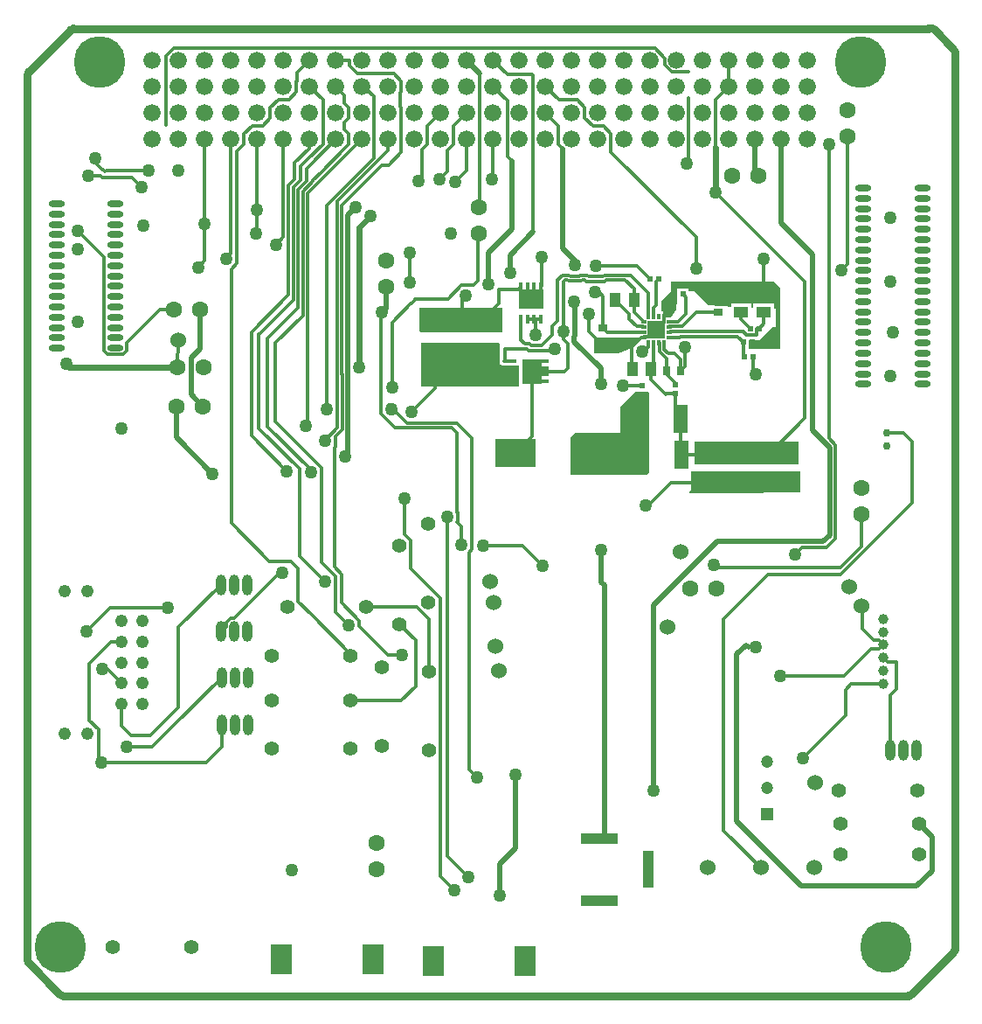
<source format=gbl>
G04 Layer_Physical_Order=4*
G04 Layer_Color=16711680*
%FSLAX43Y43*%
%MOMM*%
G71*
G01*
G75*
%ADD11R,0.610X0.559*%
%ADD12R,0.559X0.610*%
%ADD16O,1.600X0.600*%
%ADD19C,0.330*%
%ADD20C,0.559*%
%ADD21C,0.508*%
%ADD22C,0.305*%
%ADD23C,0.762*%
%ADD24C,0.762*%
%ADD25C,1.524*%
%ADD26R,1.200X1.200*%
%ADD27C,1.200*%
%ADD28C,1.220*%
%ADD29O,1.000X2.000*%
%ADD30O,1.000X2.000*%
%ADD31C,1.400*%
%ADD32R,2.100X3.000*%
%ADD33C,1.600*%
%ADD34C,1.000*%
%ADD35C,0.750*%
%ADD36R,3.600X1.100*%
%ADD37R,1.100X3.600*%
%ADD38C,1.676*%
%ADD39C,1.270*%
%ADD40C,5.000*%
%ADD56R,0.500X0.300*%
%ADD57R,0.300X0.500*%
%ADD58R,1.700X1.700*%
%ADD59R,1.118X1.448*%
%ADD60R,1.422X2.718*%
%ADD61R,0.406X0.864*%
%ADD62R,2.450X1.900*%
%ADD63R,0.864X0.406*%
%ADD64R,1.900X2.450*%
%ADD65R,4.000X2.692*%
%ADD66R,0.965X0.660*%
%ADD67R,1.600X1.100*%
%ADD68R,2.692X1.118*%
%ADD69R,1.448X1.118*%
%ADD70R,0.660X0.965*%
G36*
X46380Y64999D02*
X38456D01*
X38252Y65202D01*
X38329Y65278D01*
Y67361D01*
X46380D01*
Y64999D01*
D02*
G37*
G36*
X73254Y69317D02*
Y63449D01*
X70324D01*
X70226Y63496D01*
X70218Y63571D01*
Y64287D01*
X71196D01*
X71247Y64237D01*
X72542Y65532D01*
X72873D01*
Y67207D01*
X72873Y67207D01*
X72873D01*
X72873Y67335D01*
X72847Y67361D01*
X72764Y67278D01*
X72637Y67330D01*
Y67805D01*
X70681D01*
Y67452D01*
X70589Y67365D01*
X70453Y67374D01*
Y67780D01*
X68497D01*
Y67587D01*
X68404Y67500D01*
X68002Y67525D01*
Y67551D01*
X67568D01*
X66332Y67628D01*
X64999Y68961D01*
X64382D01*
Y69266D01*
X63315D01*
Y68148D01*
X63315D01*
X63316Y68147D01*
X63195Y67234D01*
X62719Y66455D01*
X62521D01*
X62403Y66432D01*
X62017D01*
X61925Y66517D01*
Y67032D01*
X61773D01*
Y68097D01*
X62687Y69012D01*
Y69926D01*
X72644D01*
X73254Y69317D01*
D02*
G37*
G36*
X60049Y64537D02*
X60117Y64444D01*
Y64313D01*
X59461D01*
X59080Y63932D01*
X59169Y63665D01*
X59080Y63576D01*
X57595Y62954D01*
X55220D01*
Y63449D01*
Y64541D01*
X59993D01*
X60049Y64537D01*
D02*
G37*
G36*
X46076Y63891D02*
Y61925D01*
X46212D01*
X46221Y61912D01*
X46359Y61820D01*
X46523Y61787D01*
X46584D01*
Y61757D01*
X47955Y61757D01*
X47955Y61630D01*
Y59792D01*
X45517D01*
X45466Y59741D01*
X38456D01*
Y63957D01*
X38466Y63983D01*
X45959Y64008D01*
X46076Y63891D01*
D02*
G37*
G36*
X60458Y59296D02*
X60524Y59197D01*
X60604Y58877D01*
X60604Y58268D01*
X60638Y58155D01*
X60604Y58141D01*
X60604Y58141D01*
Y51435D01*
X60376Y51206D01*
X52934D01*
Y54839D01*
X53391Y55296D01*
X53442Y55245D01*
X57810D01*
Y57810D01*
X58268Y58268D01*
X59238Y59238D01*
X59340Y59296D01*
Y59296D01*
X59340Y59296D01*
X60458D01*
D02*
G37*
G36*
X75057Y52324D02*
X74955Y52222D01*
X64948D01*
Y54381D01*
X64999Y54432D01*
X75057D01*
Y52324D01*
D02*
G37*
G36*
X75235Y51537D02*
Y49520D01*
X68139Y49454D01*
X64516D01*
X64414Y49555D01*
X64668Y49809D01*
Y51562D01*
X75118D01*
X75235Y51537D01*
D02*
G37*
D11*
X59899Y58992D02*
D03*
Y59830D02*
D03*
X63068Y59068D02*
D03*
Y59906D02*
D03*
D12*
X63849Y68707D02*
D03*
X63010D02*
D03*
X60648Y70180D02*
D03*
X61486D02*
D03*
X70625Y62636D02*
D03*
X69786D02*
D03*
X69685Y64059D02*
D03*
X70523D02*
D03*
X71215Y65380D02*
D03*
X70376D02*
D03*
D16*
X87031Y59994D02*
D03*
Y60994D02*
D03*
Y61994D02*
D03*
Y62994D02*
D03*
Y63994D02*
D03*
Y64994D02*
D03*
Y65994D02*
D03*
Y66994D02*
D03*
Y67994D02*
D03*
Y68994D02*
D03*
Y69994D02*
D03*
Y70994D02*
D03*
Y71994D02*
D03*
Y72994D02*
D03*
Y73994D02*
D03*
Y74994D02*
D03*
Y75994D02*
D03*
Y76994D02*
D03*
Y77994D02*
D03*
Y78994D02*
D03*
X81331D02*
D03*
Y77994D02*
D03*
Y76994D02*
D03*
Y75994D02*
D03*
Y74994D02*
D03*
Y73994D02*
D03*
Y72994D02*
D03*
Y71994D02*
D03*
Y70994D02*
D03*
Y69994D02*
D03*
Y68994D02*
D03*
Y67994D02*
D03*
Y66994D02*
D03*
Y65994D02*
D03*
Y64994D02*
D03*
Y63994D02*
D03*
Y62994D02*
D03*
Y61994D02*
D03*
Y60994D02*
D03*
Y59994D02*
D03*
X8824Y63470D02*
D03*
Y64470D02*
D03*
Y65470D02*
D03*
Y66470D02*
D03*
Y67470D02*
D03*
Y68470D02*
D03*
Y69470D02*
D03*
Y70470D02*
D03*
Y71470D02*
D03*
Y72470D02*
D03*
Y73470D02*
D03*
Y74470D02*
D03*
Y75470D02*
D03*
Y76470D02*
D03*
Y77470D02*
D03*
X3124D02*
D03*
Y76470D02*
D03*
Y75470D02*
D03*
Y74470D02*
D03*
Y73470D02*
D03*
Y72470D02*
D03*
Y71470D02*
D03*
Y70470D02*
D03*
Y69470D02*
D03*
Y68470D02*
D03*
Y67470D02*
D03*
Y66470D02*
D03*
Y65470D02*
D03*
Y64470D02*
D03*
Y63470D02*
D03*
D19*
X66224Y53162D02*
X66503Y53442D01*
X63671Y53162D02*
X66224D01*
X48285Y44374D02*
X50241Y42418D01*
X44450Y44374D02*
X48285D01*
X43396Y43988D02*
Y54750D01*
X43129Y43721D02*
X43396Y43988D01*
X41923Y56223D02*
X43396Y54750D01*
X43129Y22708D02*
Y43721D01*
X42342Y44425D02*
Y46236D01*
X41961Y46617D02*
X42342Y46236D01*
X43129Y22708D02*
X43891Y21946D01*
X41961Y47617D02*
Y55245D01*
Y47617D02*
X42024Y47554D01*
Y46680D02*
Y47554D01*
X41961Y46617D02*
X42024Y46680D01*
X41440Y55766D02*
X41961Y55245D01*
X40970Y14326D02*
Y47117D01*
Y14326D02*
X43028Y12268D01*
X35885Y55766D02*
X41440D01*
X34531Y57120D02*
X35885Y55766D01*
X34531Y57120D02*
Y66815D01*
X34671Y66954D01*
X66802Y42469D02*
X67016Y42255D01*
X79132D01*
X81153Y44276D01*
Y47371D01*
X79129Y41605D02*
X86030Y48506D01*
X72111Y41605D02*
X79129D01*
X67793Y37287D02*
X72111Y41605D01*
X29312Y77311D02*
X33871Y81870D01*
X29312Y57607D02*
Y77311D01*
X26226Y79815D02*
Y81403D01*
X25629Y79218D02*
X26226Y79815D01*
X25629Y68656D02*
Y79218D01*
X22022Y65049D02*
X25629Y68656D01*
X26810Y79753D02*
Y81133D01*
X26086Y79029D02*
X26810Y79753D01*
X26086Y68111D02*
Y79029D01*
X22796Y64821D02*
X26086Y68111D01*
X27394Y79690D02*
Y80891D01*
X26543Y78839D02*
X27394Y79690D01*
X26543Y67361D02*
Y78839D01*
X23571Y64389D02*
X26543Y67361D01*
X27978Y79628D02*
Y79718D01*
X27000Y78650D02*
X27978Y79628D01*
X27000Y66650D02*
Y78650D01*
X24359Y64008D02*
X27000Y66650D01*
X27457Y78461D02*
X32741Y83744D01*
X27457Y56109D02*
Y78461D01*
X27280Y55931D02*
X27457Y56109D01*
X26226Y81403D02*
X27661Y82838D01*
X26810Y81133D02*
X27520Y81844D01*
X27978Y79718D02*
X28803Y80543D01*
X27394Y80891D02*
X27762Y81259D01*
X30188Y54959D02*
X30823Y55594D01*
X30772Y77297D02*
X34679Y81204D01*
X30772Y60972D02*
Y77297D01*
Y60972D02*
X30823Y60921D01*
Y55594D02*
Y60921D01*
X35373Y57954D02*
X37105Y56223D01*
X41923D01*
X33871Y81870D02*
Y87846D01*
X32893Y88824D02*
X33871Y87846D01*
X32741Y88824D02*
X32893D01*
X30188Y53932D02*
Y54959D01*
X17475Y71958D02*
X17501Y71933D01*
X17475Y71958D02*
Y75514D01*
Y75336D02*
Y75514D01*
Y75336D02*
X17501Y75311D01*
Y83744D01*
X37389Y69850D02*
Y72695D01*
X37846Y68199D02*
X37922Y68275D01*
X37846Y68111D02*
Y68199D01*
X37553Y67818D02*
X37846Y68111D01*
X37465Y67818D02*
X37553D01*
X35636Y65989D02*
X37465Y67818D01*
X37922Y68275D02*
X41054D01*
X35636Y59690D02*
Y65989D01*
X41054Y68275D02*
X42388Y69609D01*
X43574D01*
X43955Y69990D01*
Y74435D01*
X44069Y74549D01*
X34679Y81204D02*
X35306D01*
X50073Y69444D02*
X50114Y69485D01*
Y72314D01*
X46850Y82055D02*
X47295Y81611D01*
X46850Y82055D02*
Y87414D01*
X45314Y79883D02*
X45441Y79756D01*
X45314Y79858D02*
Y79883D01*
X54106Y70104D02*
X54327D01*
X53991Y69990D02*
X54106Y70104D01*
X52739Y69990D02*
X53991D01*
X52625Y70104D02*
X52739Y69990D01*
X52400Y70104D02*
X52625D01*
X53916Y70561D02*
X54516D01*
X53802Y70447D02*
X53916Y70561D01*
X52929Y70447D02*
X53802D01*
X52814Y70561D02*
X52929Y70447D01*
X52197Y70561D02*
X52814D01*
X59378Y71450D02*
X60648Y70180D01*
X55372Y71450D02*
X59378D01*
X54492Y69939D02*
X56252D01*
X54327Y70104D02*
X54492Y69939D01*
X56252D02*
X56417Y70104D01*
X54681Y70396D02*
X56063D01*
X54516Y70561D02*
X54681Y70396D01*
X56063D02*
X56228Y70561D01*
X56417Y70104D02*
X58217D01*
X56228Y70561D02*
X58750D01*
X56858Y82487D02*
X65113Y74232D01*
Y71209D02*
Y74232D01*
X79172Y70994D02*
X79756Y71578D01*
Y83947D01*
X78003Y54773D02*
Y83185D01*
X77978Y54747D02*
X78003Y54773D01*
X77978Y54747D02*
X78626Y54100D01*
X74727Y43485D02*
X75413Y44171D01*
X77724D01*
X78626Y45072D01*
Y54100D01*
X47844Y69164D02*
X48123Y69444D01*
X46025Y69164D02*
X47844D01*
X49423Y66294D02*
X50073D01*
X48773D02*
X49423D01*
X49530Y66187D01*
Y64770D02*
Y66187D01*
X50152Y63716D02*
X51206Y64770D01*
X49093Y63716D02*
X50152D01*
X48904Y63259D02*
X51244D01*
X51410Y63424D01*
X46584D02*
X48739D01*
X48904Y63259D01*
X48928Y63881D02*
X49093Y63716D01*
X48512Y63881D02*
X48928D01*
X48151Y64243D02*
Y66294D01*
Y64243D02*
X48512Y63881D01*
X51206Y64770D02*
Y65575D01*
X51714Y66083D01*
X52261Y65138D02*
Y69964D01*
Y64326D02*
Y65138D01*
Y64326D02*
X52654Y63932D01*
X51714Y66083D02*
Y70079D01*
X52197Y70561D01*
X46025Y67791D02*
Y69164D01*
X44653Y66419D02*
X46025Y67791D01*
X52261Y69964D02*
X52400Y70104D01*
X45441Y88824D02*
X46850Y87414D01*
X64351Y81496D02*
Y87694D01*
X64211Y81356D02*
X64351Y81496D01*
X41808Y79553D02*
X42901Y80645D01*
X41808Y79553D02*
X41808D01*
X44120Y77089D02*
Y83239D01*
X38202Y79680D02*
X38548Y80026D01*
X13767Y85090D02*
Y91768D01*
X14493Y92494D01*
X61149D01*
X62090Y91552D01*
Y90896D02*
Y91552D01*
Y90896D02*
X62752Y90234D01*
X64351D01*
X7964Y80696D02*
X12065D01*
X7837Y80569D02*
X7964Y80696D01*
X6909Y81432D02*
Y81890D01*
Y81432D02*
X7569Y80772D01*
X25857Y42875D02*
X26543Y42189D01*
X35255Y33757D02*
X36627D01*
X30772Y38816D02*
Y41598D01*
X30061Y42309D02*
X30772Y41598D01*
X30061Y42309D02*
Y53805D01*
X30188Y53932D01*
X35306Y81204D02*
X36538Y82436D01*
Y86805D01*
X36474Y86868D02*
X36538Y86805D01*
X36474Y86868D02*
Y88240D01*
X36538Y88303D01*
Y89345D01*
X35801Y90081D02*
X36538Y89345D01*
X32246Y90081D02*
X35801D01*
X31483Y90843D02*
X32246Y90081D01*
X31483Y90843D02*
Y91364D01*
X30201D02*
X31483D01*
X81178Y38506D02*
X81204Y38481D01*
Y36279D02*
Y38481D01*
Y36279D02*
X82294Y35189D01*
X82837D01*
X83267Y34759D01*
X14808Y61671D02*
X14910Y64287D01*
X8306Y38329D02*
X13919D01*
X14961Y28702D02*
Y36474D01*
X67793Y16791D02*
Y37287D01*
Y16791D02*
X71400Y13183D01*
X6071Y36093D02*
X8306Y38329D01*
X8033Y32461D02*
X9449Y31045D01*
X7544Y32461D02*
X8033D01*
X6274Y27461D02*
Y32944D01*
Y27461D02*
X7188Y26547D01*
X12217Y25959D02*
X14961Y28702D01*
X10389Y25959D02*
X12217D01*
X9449Y26899D02*
X10389Y25959D01*
X9449Y26899D02*
Y29045D01*
X56858Y82487D02*
Y84265D01*
X56121Y85001D02*
X56858Y84265D01*
X55106Y85001D02*
X56121D01*
X54318Y85789D02*
X55106Y85001D01*
X54318Y85789D02*
Y86805D01*
X53581Y87541D02*
X54318Y86805D01*
X51804Y87541D02*
X53581D01*
X50521Y88824D02*
X51804Y87541D01*
X70209Y34519D02*
X70866D01*
X83591Y55275D02*
X85187D01*
X86030Y54432D01*
Y48506D02*
Y54432D01*
X37466Y42145D02*
Y44863D01*
X36855Y45474D02*
X37466Y44863D01*
X36855Y45474D02*
Y48895D01*
X40932Y47155D02*
X40970Y47117D01*
X68301Y88824D02*
Y91364D01*
X83267Y33509D02*
X83698Y33078D01*
X84487D01*
Y30435D02*
Y33078D01*
X83922Y29870D02*
X84487Y30435D01*
X83922Y24562D02*
Y29870D01*
X83221Y30963D02*
X83267Y31009D01*
X80162Y30963D02*
X83221D01*
X79629Y30429D02*
X80162Y30963D01*
X79629Y27915D02*
Y30429D01*
X75489Y23774D02*
X79629Y27915D01*
X82837Y34328D02*
X83267Y34759D01*
X82048Y34328D02*
X82837D01*
X79445Y31725D02*
X82048Y34328D01*
X73304Y31725D02*
X79445D01*
X45441Y79756D02*
Y83744D01*
X26442Y89329D02*
Y90145D01*
X27661Y91364D01*
X16866Y71298D02*
X17501Y71933D01*
X20041Y72619D02*
Y83744D01*
X19558Y72136D02*
X20041Y72619D01*
X22581Y74727D02*
Y83744D01*
X22428Y74574D02*
X22581Y74727D01*
X25121Y74219D02*
Y83744D01*
X24372Y73470D02*
X25121Y74219D01*
X40988Y80561D02*
Y82612D01*
X40284Y79858D02*
X40988Y80561D01*
X38548Y80026D02*
Y82711D01*
X6198Y80188D02*
X7391D01*
X10465Y79985D02*
X11405Y79045D01*
X7569Y80772D02*
X7633D01*
X7837Y80569D01*
X7391Y80188D02*
X7595Y79985D01*
X10465D01*
X22086Y85027D02*
X23101D01*
X26378Y89319D02*
X26415Y89356D01*
X23724Y42875D02*
X25832D01*
X20625Y82550D02*
X21298Y83223D01*
Y84239D01*
X22086Y85027D01*
X20625Y71712D02*
Y82550D01*
X20066Y46533D02*
X23724Y42875D01*
X20066Y46533D02*
Y71153D01*
X20625Y71712D01*
X26670Y43383D02*
X29134Y40919D01*
X27762Y51486D02*
Y51714D01*
X23101Y85027D02*
X23838Y85763D01*
Y86779D01*
X24626Y87567D01*
X27661Y82838D02*
Y83744D01*
X24626Y87567D02*
X25641D01*
X26378Y88303D01*
Y89319D01*
X28944Y83249D02*
Y87465D01*
X28956Y87477D01*
X24359Y56380D02*
X28816Y51922D01*
Y51011D02*
Y51922D01*
X28778Y50973D02*
X28816Y51011D01*
X28778Y42766D02*
Y50973D01*
Y42766D02*
X30188Y41356D01*
Y37910D02*
Y41356D01*
X27520Y81844D02*
X27538D01*
X28944Y83249D01*
X67018Y87541D02*
X68301Y88824D01*
X67018Y83084D02*
Y87541D01*
X66878Y82944D02*
X67018Y83084D01*
X66878Y82944D02*
X66980Y82842D01*
X26670Y43383D02*
Y51834D01*
X6274Y32944D02*
X8375Y35045D01*
X9449D01*
X7188Y23139D02*
X7442Y23393D01*
X7188Y23139D02*
Y26547D01*
X26543Y38943D02*
Y42189D01*
Y38943D02*
X27853Y37632D01*
X23571Y55905D02*
X27762Y51714D01*
X24359Y56380D02*
Y64008D01*
X23571Y55905D02*
Y64389D01*
X22758Y64821D02*
X22796D01*
X22758Y55745D02*
Y64821D01*
Y55745D02*
X26670Y51834D01*
X22022Y54991D02*
X25425Y51587D01*
X22022Y54991D02*
Y65049D01*
X61978Y66486D02*
X62021Y66528D01*
X61978Y65986D02*
Y66486D01*
X61271Y65278D02*
X61978Y65986D01*
X61021Y61790D02*
Y64028D01*
X60724Y61493D02*
X61021Y61790D01*
X60021Y64528D02*
Y64570D01*
X60563D02*
X61271Y65278D01*
X61011Y66538D02*
Y67386D01*
Y66538D02*
X61021Y66528D01*
X61011Y67386D02*
X61239Y67615D01*
Y69933D01*
X61486Y70180D01*
X47599Y53340D02*
X49186Y54927D01*
Y61239D01*
X71659Y65824D02*
Y66993D01*
X71215Y65380D02*
X71659Y65824D01*
X69475Y66281D02*
Y66967D01*
Y66281D02*
X70376Y65380D01*
X70948D02*
X71215D01*
X69976Y64783D02*
X70948D01*
X69673Y65086D02*
X69976Y64783D01*
X62578Y65086D02*
X69673D01*
X62521Y65028D02*
X62578Y65086D01*
X70948Y64783D02*
Y65380D01*
X69685Y62738D02*
Y64059D01*
Y62738D02*
X69786Y62636D01*
X63620Y53213D02*
Y56642D01*
X59093Y66956D02*
Y68174D01*
Y66956D02*
X60021Y66028D01*
X57290Y68174D02*
X58636Y66827D01*
Y66279D02*
Y66827D01*
Y66279D02*
X59344Y65571D01*
X59978D01*
X60021Y65528D01*
X59093Y68174D02*
Y69228D01*
X58217Y70104D02*
X59093Y69228D01*
X60021Y64570D02*
X60563D01*
X62223Y60980D02*
Y61290D01*
Y60980D02*
X63094Y60109D01*
X60724Y60459D02*
Y61493D01*
Y60459D02*
X62154Y59030D01*
X62192Y59068D01*
X63068D01*
Y57194D02*
Y59068D01*
Y57194D02*
X63620Y56642D01*
X65138Y66967D02*
X67265D01*
X63849Y68707D02*
X64135Y68421D01*
X56479Y65028D02*
X60021D01*
X56089Y65418D02*
X56479Y65028D01*
X62521Y66028D02*
X63386D01*
X64135Y66777D01*
Y68421D01*
X62521Y65543D02*
X62548Y65571D01*
X63742D01*
X65138Y66967D01*
X62021Y63354D02*
Y64028D01*
Y63354D02*
X62408Y62967D01*
X62223Y61290D02*
Y62509D01*
X62218D02*
X62223D01*
X61563Y63164D02*
X62218Y62509D01*
X61563Y63164D02*
Y63985D01*
X61521Y64028D02*
X61563Y63985D01*
X62408Y62967D02*
X63043D01*
X63627Y62382D01*
Y61297D02*
Y62382D01*
X52349Y61239D02*
X52654Y61544D01*
X49186Y61239D02*
X52349D01*
X60521Y63594D02*
Y64028D01*
X60046Y63119D02*
X60521Y63594D01*
X59919Y63119D02*
X60046D01*
X58864Y61550D02*
X58921Y61493D01*
X59837Y64528D02*
X60021D01*
X58864Y61550D02*
Y63556D01*
X59837Y64528D01*
X46584Y62275D02*
Y63424D01*
X46523Y62214D02*
X47269D01*
X46523D02*
X46584Y62275D01*
X70625Y61278D02*
Y62636D01*
Y61278D02*
X70917Y60985D01*
X71659Y68796D02*
Y72105D01*
X71628Y72136D02*
X71659Y72105D01*
X54762Y65100D02*
X55842Y64021D01*
X56089D01*
X42434Y66419D02*
Y68164D01*
X42824Y68555D01*
X45101Y65796D02*
Y66394D01*
X60477Y66571D02*
Y68834D01*
Y66571D02*
X60521Y66528D01*
X58750Y70561D02*
X60477Y68834D01*
X54762Y65100D02*
Y66802D01*
X56089Y65418D02*
Y68498D01*
X55702Y68885D02*
X56089Y68498D01*
X55347Y68885D02*
X55702D01*
X39858Y59594D02*
Y63019D01*
X37541Y57277D02*
X39858Y59594D01*
X69983Y53442D02*
X72390D01*
X75667Y56718D02*
Y69901D01*
X66980Y78588D02*
X75667Y69901D01*
X72390Y53442D02*
X75667Y56718D01*
X62662Y50444D02*
X66503D01*
X60477Y48260D02*
X62662Y50444D01*
X60198Y48260D02*
X60477D01*
X58052Y59830D02*
X59899D01*
X58039Y59817D02*
X58052Y59830D01*
X62521Y64528D02*
X63545D01*
X63622Y64605D01*
X69139D01*
X69685Y64059D01*
X64059Y61729D02*
Y63551D01*
X63620Y61290D02*
X63627Y61297D01*
X64059Y61729D01*
X49238Y89954D02*
X49301Y89891D01*
X46850Y89954D02*
X49238D01*
X45441Y91364D02*
X46850Y89954D01*
X30772Y38816D02*
X32474Y37114D01*
Y36538D02*
Y37114D01*
Y36538D02*
X35255Y33757D01*
X30188Y37910D02*
X31420Y36678D01*
X19126Y24892D02*
Y27000D01*
X17628Y23393D02*
X19126Y24892D01*
X15587Y23393D02*
X17628D01*
X14423Y26899D02*
X14453D01*
X19126Y31572D01*
X14961Y36474D02*
X19075Y40589D01*
X9931Y24867D02*
X12391D01*
X14423Y26899D01*
X19075Y36043D02*
X19553Y36521D01*
X20368Y37335D02*
X24765Y41732D01*
X19553Y36521D02*
Y36871D01*
X20017Y37335D01*
X20368D01*
X63620Y53213D02*
X63671Y53162D01*
X52654Y61544D02*
Y63932D01*
X70841Y80442D02*
X71120Y80162D01*
X37466Y42145D02*
X40311Y39300D01*
Y12368D02*
Y39300D01*
Y12368D02*
X41707Y10973D01*
X13164Y67259D02*
X14529D01*
X9916Y64012D02*
X13164Y67259D01*
X9916Y63225D02*
Y64012D01*
X9569Y62878D02*
X9916Y63225D01*
X8079Y62878D02*
X9569D01*
X7732Y63225D02*
X8079Y62878D01*
X5347Y74689D02*
X7732Y72303D01*
Y63225D02*
Y72303D01*
X5347Y74689D02*
Y75070D01*
D20*
X32461Y75159D02*
X33553Y76251D01*
X4368Y61671D02*
X14808D01*
X66980Y78588D02*
Y82842D01*
X32461Y61671D02*
Y75159D01*
D21*
X16167Y58966D02*
X17272Y57861D01*
X16167Y62548D02*
X17069Y63449D01*
X16167Y58966D02*
Y62548D01*
X17069Y63449D02*
Y67259D01*
X35052Y67335D02*
Y69418D01*
X34671Y66954D02*
X35052Y67335D01*
X31039Y53048D02*
X31369Y53378D01*
X31318Y76352D02*
X32131Y77165D01*
X31318Y61198D02*
Y76352D01*
X31369Y53378D02*
Y61147D01*
X31318Y61198D02*
X31369Y61147D01*
X47066Y70790D02*
Y72492D01*
X49301Y74727D01*
X45009Y69672D02*
Y72720D01*
X47295Y75006D01*
Y81611D01*
X53365Y71501D02*
Y71940D01*
X52197Y73108D02*
X53365Y71940D01*
X77445Y44780D02*
X78080Y45415D01*
X67158Y44780D02*
X77445D01*
X60960Y38583D02*
X67158Y44780D01*
X76403Y55550D02*
X78080Y53873D01*
Y45415D02*
Y53873D01*
X52197Y73108D02*
Y82771D01*
X53403Y64665D02*
Y67907D01*
X53315Y67996D02*
X53403Y67907D01*
X53315Y64576D02*
X53403Y64665D01*
X53315Y64110D02*
Y64576D01*
X73381Y75577D02*
X76403Y72554D01*
Y55550D02*
Y72554D01*
X73381Y75577D02*
Y83744D01*
X60960Y20625D02*
Y38583D01*
X56236Y16007D02*
Y40538D01*
X86462Y11405D02*
X87960Y12903D01*
X75313Y11405D02*
X86462D01*
X69063Y17655D02*
X75313Y11405D01*
X69980Y34747D02*
X70209Y34519D01*
X69063Y33829D02*
X69980Y34747D01*
X69063Y17655D02*
Y33829D01*
X87960Y12903D02*
Y16205D01*
X86766Y17399D02*
X87960Y16205D01*
X42901Y91364D02*
X44145Y90119D01*
X70841Y81661D02*
Y83744D01*
X31039Y53048D02*
X31115Y52972D01*
X53315Y64110D02*
X55880Y61544D01*
Y60046D02*
Y61544D01*
X55931Y40843D02*
X56236Y40538D01*
X55931Y40843D02*
Y43967D01*
X70841Y80442D02*
Y81661D01*
X47650Y15062D02*
Y22174D01*
X46101Y13513D02*
X47650Y15062D01*
X46101Y10490D02*
Y13513D01*
X14732Y54839D02*
Y57861D01*
Y54839D02*
X18263Y51308D01*
D22*
X30328Y77699D02*
X35281Y82652D01*
X30328Y60787D02*
Y77699D01*
Y60787D02*
X30378Y60737D01*
Y55778D02*
Y60737D01*
X29134Y54534D02*
X30378Y55778D01*
X35281Y82652D02*
Y83744D01*
X51765Y83203D02*
X52197Y82771D01*
X42901Y80645D02*
Y83744D01*
X51765Y83203D02*
Y85039D01*
X50521Y86284D02*
X51765Y85039D01*
X44138Y83221D02*
X44145Y83228D01*
Y90119D01*
X40988Y82612D02*
X41605Y83228D01*
Y84937D01*
X41580Y84963D02*
X41605Y84937D01*
X39040Y84285D02*
Y84963D01*
Y84285D02*
X39065Y84259D01*
Y83228D02*
Y84259D01*
X38548Y82711D02*
X39065Y83228D01*
X31521Y33833D02*
X31587Y33852D01*
X39040Y84963D02*
X40361Y86284D01*
X41580Y84963D02*
X42901Y86284D01*
X42738Y83581D02*
X42901Y83744D01*
X31587Y33852D02*
X31623Y33863D01*
X31648Y29362D02*
X36551D01*
X39243Y32182D02*
Y37211D01*
X38024Y38430D02*
X39243Y37211D01*
X36551Y29362D02*
X37922Y30734D01*
X33147Y38430D02*
X38024D01*
X30201Y83698D02*
Y83744D01*
X27762Y81259D02*
X30201Y83698D01*
X28956Y87477D02*
X28982Y87503D01*
X27661Y88824D02*
X28982Y87503D01*
X30201Y88824D02*
X31039Y87986D01*
Y85362D02*
X31445Y85768D01*
Y86799D01*
X31039Y87205D02*
X31445Y86799D01*
X31039Y87205D02*
Y87986D01*
Y82822D02*
X31445Y83228D01*
Y84259D01*
X31039Y84665D02*
X31445Y84259D01*
X31039Y84665D02*
Y85362D01*
Y82779D02*
Y82822D01*
X28803Y80543D02*
X31039Y82779D01*
X37922Y30734D02*
Y35204D01*
X36347Y36779D02*
X37922Y35204D01*
X7442Y23393D02*
X15587D01*
X27853Y37632D02*
X31623Y33863D01*
X49301Y74727D02*
Y89891D01*
D23*
X90170Y92202D02*
G03*
X90058Y92472I-381J0D01*
G01*
X90170Y92202D02*
G03*
X90058Y92471I-381J0D01*
G01*
X88154Y94376D02*
G03*
X87694Y94437I-270J-269D01*
G01*
X88153Y94376D02*
G03*
X87694Y94437I-269J-269D01*
G01*
X90058Y4988D02*
G03*
X90170Y5258I-269J269D01*
G01*
X90058Y4988D02*
G03*
X90170Y5258I-269J270D01*
G01*
X85700Y787D02*
G03*
X85969Y899I0J381D01*
G01*
X85700Y787D02*
G03*
X85969Y899I0J381D01*
G01*
X4775Y94437D02*
G03*
X4506Y94326I0J-381D01*
G01*
X4775Y94437D02*
G03*
X4505Y94325I0J-381D01*
G01*
X417Y90237D02*
G03*
X305Y89967I269J-270D01*
G01*
X416Y90236D02*
G03*
X305Y89967I269J-269D01*
G01*
X3464Y899D02*
G03*
X3734Y787I269J269D01*
G01*
X305Y4216D02*
G03*
X416Y3947I381J0D01*
G01*
X305Y4216D02*
G03*
X417Y3947I381J0D01*
G01*
X3464Y899D02*
G03*
X3734Y787I270J269D01*
G01*
X3439Y925D02*
G03*
X3439Y924I270J269D01*
G01*
X88153Y94376D02*
X88154Y94376D01*
X90058Y92472D01*
X90058Y92471D01*
X90170Y91821D02*
Y92202D01*
Y5258D02*
Y91821D01*
X90058Y4988D02*
X90058Y4988D01*
X85969Y899D02*
X90058Y4988D01*
X85969Y899D02*
X85969Y899D01*
X84506Y787D02*
X85700D01*
X4801Y94437D02*
X87694D01*
X4775D02*
X4801D01*
X4505Y94325D02*
X4506Y94326D01*
X417Y90237D02*
X4505Y94325D01*
X416Y90236D02*
X417Y90237D01*
X305Y4216D02*
Y89967D01*
X3734Y787D02*
X84506D01*
X416Y3947D02*
X417Y3947D01*
X3439Y925D01*
X3439Y924D01*
X3439Y924D01*
X3464Y899D01*
X3464Y899D01*
D24*
X3439Y924D02*
D03*
D25*
X45187Y40869D02*
D03*
X45669Y34595D02*
D03*
X45491Y38862D02*
D03*
X46025Y32233D02*
D03*
X81178Y38506D02*
D03*
X79934Y40411D02*
D03*
X76632Y21387D02*
D03*
X62332Y36449D02*
D03*
X14910Y64287D02*
D03*
X63602Y43739D02*
D03*
X66270Y13183D02*
D03*
X76530D02*
D03*
X71400D02*
D03*
D26*
X72034Y18364D02*
D03*
D27*
Y20904D02*
D03*
Y23444D02*
D03*
D28*
X11449Y29045D02*
D03*
X9449D02*
D03*
X11449Y31045D02*
D03*
X9449D02*
D03*
X11449Y33045D02*
D03*
X9449D02*
D03*
X11449Y35045D02*
D03*
X9449D02*
D03*
X11449Y37045D02*
D03*
X9449D02*
D03*
X6159Y39970D02*
D03*
X3899D02*
D03*
X6159Y26120D02*
D03*
X3899D02*
D03*
D29*
X19126Y27000D02*
D03*
Y31572D02*
D03*
X19075Y36043D02*
D03*
Y40589D02*
D03*
X85192Y24562D02*
D03*
D30*
X20396Y27000D02*
D03*
X21666D02*
D03*
X20396Y31572D02*
D03*
X21666D02*
D03*
X20345Y36043D02*
D03*
X21615D02*
D03*
X20345Y40589D02*
D03*
X21615D02*
D03*
X83922Y24562D02*
D03*
X86462D02*
D03*
D31*
X34671Y32563D02*
D03*
Y24943D02*
D03*
X36347Y44399D02*
D03*
Y36779D02*
D03*
X39167Y46482D02*
D03*
Y38862D02*
D03*
X39192Y24562D02*
D03*
Y32182D02*
D03*
X25527Y38430D02*
D03*
X33147D02*
D03*
X24003Y33731D02*
D03*
X31623D02*
D03*
X24028Y29362D02*
D03*
X31648D02*
D03*
X23978Y24714D02*
D03*
X31598D02*
D03*
X86589Y20625D02*
D03*
X78969D02*
D03*
X79146Y17399D02*
D03*
X86766D02*
D03*
X79070Y14453D02*
D03*
X86690D02*
D03*
X16205Y5461D02*
D03*
X8585D02*
D03*
D32*
X33772Y4329D02*
D03*
X24922D02*
D03*
X48540Y4136D02*
D03*
X39690D02*
D03*
D33*
X17348Y61671D02*
D03*
X14808D02*
D03*
X67081Y40208D02*
D03*
X64541D02*
D03*
X71120Y80162D02*
D03*
X68580D02*
D03*
X44069Y74549D02*
D03*
Y77089D02*
D03*
X79756Y86487D02*
D03*
Y83947D02*
D03*
X34112Y13030D02*
D03*
Y15570D02*
D03*
X14732Y57861D02*
D03*
X17272D02*
D03*
X14529Y67259D02*
D03*
X17069D02*
D03*
X81153Y49911D02*
D03*
Y47371D02*
D03*
X35052Y71958D02*
D03*
Y69418D02*
D03*
D34*
X83267Y32259D02*
D03*
Y37259D02*
D03*
Y34759D02*
D03*
Y31009D02*
D03*
Y36009D02*
D03*
Y33509D02*
D03*
D35*
X83591Y54020D02*
D03*
Y55275D02*
D03*
D36*
X55753Y9957D02*
D03*
Y16007D02*
D03*
D37*
X60453Y13007D02*
D03*
D38*
X12421Y91364D02*
D03*
Y88824D02*
D03*
Y86284D02*
D03*
Y83744D02*
D03*
X14961Y91364D02*
D03*
Y88824D02*
D03*
Y86284D02*
D03*
Y83744D02*
D03*
X17501Y91364D02*
D03*
Y88824D02*
D03*
Y86284D02*
D03*
Y83744D02*
D03*
X20041Y91364D02*
D03*
Y88824D02*
D03*
Y86284D02*
D03*
Y83744D02*
D03*
X22581Y91364D02*
D03*
Y88824D02*
D03*
Y86284D02*
D03*
Y83744D02*
D03*
X25121Y91364D02*
D03*
Y88824D02*
D03*
Y86284D02*
D03*
Y83744D02*
D03*
X27661Y91364D02*
D03*
Y88824D02*
D03*
Y86284D02*
D03*
Y83744D02*
D03*
X30201Y91364D02*
D03*
Y88824D02*
D03*
Y86284D02*
D03*
Y83744D02*
D03*
X32741Y91364D02*
D03*
Y88824D02*
D03*
Y86284D02*
D03*
Y83744D02*
D03*
X35281Y91364D02*
D03*
Y88824D02*
D03*
Y86284D02*
D03*
Y83744D02*
D03*
X37821Y91364D02*
D03*
Y88824D02*
D03*
X40361Y86284D02*
D03*
Y83744D02*
D03*
Y91364D02*
D03*
Y88824D02*
D03*
X42901Y86284D02*
D03*
Y83744D02*
D03*
Y91364D02*
D03*
Y88824D02*
D03*
X45441Y86284D02*
D03*
Y83744D02*
D03*
Y91364D02*
D03*
Y88824D02*
D03*
X47981Y86284D02*
D03*
Y83744D02*
D03*
Y91364D02*
D03*
Y88824D02*
D03*
X50521Y86284D02*
D03*
Y83744D02*
D03*
Y91364D02*
D03*
Y88824D02*
D03*
X53061Y86284D02*
D03*
Y83744D02*
D03*
Y91364D02*
D03*
Y88824D02*
D03*
X55601Y86284D02*
D03*
Y83744D02*
D03*
Y91364D02*
D03*
Y88824D02*
D03*
X58141Y86284D02*
D03*
Y83744D02*
D03*
Y91364D02*
D03*
Y88824D02*
D03*
X60681Y86284D02*
D03*
Y83744D02*
D03*
Y91364D02*
D03*
Y88824D02*
D03*
X63221Y86284D02*
D03*
Y83744D02*
D03*
Y91364D02*
D03*
Y88824D02*
D03*
X65761Y86284D02*
D03*
Y83744D02*
D03*
Y91364D02*
D03*
Y88824D02*
D03*
X68301Y86284D02*
D03*
Y83744D02*
D03*
Y91364D02*
D03*
Y88824D02*
D03*
X70841Y86284D02*
D03*
Y83744D02*
D03*
Y91364D02*
D03*
Y88824D02*
D03*
X73381Y86284D02*
D03*
Y83744D02*
D03*
Y91364D02*
D03*
Y88824D02*
D03*
X75921Y86284D02*
D03*
Y83744D02*
D03*
Y91364D02*
D03*
Y88824D02*
D03*
X37821Y86284D02*
D03*
Y83744D02*
D03*
D39*
X41351Y74549D02*
D03*
X44450Y44374D02*
D03*
X42342Y44425D02*
D03*
X50241Y42418D02*
D03*
X35585Y57556D02*
D03*
X66802Y42469D02*
D03*
X34671Y66954D02*
D03*
X29312Y57607D02*
D03*
X43891Y21946D02*
D03*
X22581Y76860D02*
D03*
X17475Y75514D02*
D03*
X37389Y69850D02*
D03*
Y72695D02*
D03*
X33553Y76251D02*
D03*
X32131Y77165D02*
D03*
X47066Y70790D02*
D03*
X45009Y69672D02*
D03*
X50114Y72314D02*
D03*
X45314Y79858D02*
D03*
X53365Y71501D02*
D03*
X55372Y71450D02*
D03*
X65113Y71209D02*
D03*
X79172Y70994D02*
D03*
X78003Y83185D02*
D03*
X14935Y80696D02*
D03*
X74727Y43485D02*
D03*
X49530Y64770D02*
D03*
X52261Y65138D02*
D03*
X64211Y81356D02*
D03*
X41808Y79553D02*
D03*
X38202Y79680D02*
D03*
X60960Y20625D02*
D03*
X25972Y12967D02*
D03*
X12065Y80696D02*
D03*
X6909Y81890D02*
D03*
X5232Y66040D02*
D03*
X36627Y33757D02*
D03*
X13919Y38329D02*
D03*
X9931Y24867D02*
D03*
X7544Y32461D02*
D03*
X6071Y36093D02*
D03*
X70866Y34519D02*
D03*
X36855Y48895D02*
D03*
X40970Y47117D02*
D03*
X31115Y52972D02*
D03*
X75489Y23774D02*
D03*
X73304Y31725D02*
D03*
X84171Y64994D02*
D03*
X29134Y40919D02*
D03*
X24968Y41732D02*
D03*
X83972Y76124D02*
D03*
X83896Y69926D02*
D03*
Y60808D02*
D03*
X6198Y80188D02*
D03*
X5232Y73101D02*
D03*
X24372Y73470D02*
D03*
X22428Y74574D02*
D03*
X16866Y71298D02*
D03*
X19558Y72136D02*
D03*
X40284Y79858D02*
D03*
X11405Y79045D02*
D03*
X25425Y51587D02*
D03*
X27762Y51486D02*
D03*
X27280Y55931D02*
D03*
X29134Y54534D02*
D03*
X11582Y75387D02*
D03*
X7442Y23393D02*
D03*
X4064Y61976D02*
D03*
X66980Y78588D02*
D03*
X32461Y61671D02*
D03*
X9398Y55702D02*
D03*
X35636Y59690D02*
D03*
X59919Y63119D02*
D03*
X51410Y63424D02*
D03*
X70917Y60985D02*
D03*
X71659Y72105D02*
D03*
X42824Y68555D02*
D03*
X53315Y67996D02*
D03*
X54762Y66802D02*
D03*
X55347Y68885D02*
D03*
X37541Y57277D02*
D03*
X60198Y48260D02*
D03*
X55880Y60046D02*
D03*
X55931Y43967D02*
D03*
X58039Y59817D02*
D03*
X64059Y63551D02*
D03*
X31420Y36678D02*
D03*
X43028Y12268D02*
D03*
X41707Y10973D02*
D03*
X47650Y22174D02*
D03*
X46101Y10490D02*
D03*
X5156Y74879D02*
D03*
X18263Y51308D02*
D03*
D40*
X7326Y91179D02*
D03*
X81026D02*
D03*
X83526Y5479D02*
D03*
X3526D02*
D03*
D56*
X62521Y66028D02*
D03*
Y65528D02*
D03*
Y65028D02*
D03*
Y64528D02*
D03*
X60021D02*
D03*
Y65028D02*
D03*
Y65528D02*
D03*
Y66028D02*
D03*
D57*
X62021Y64028D02*
D03*
X61521D02*
D03*
X61021D02*
D03*
X60521D02*
D03*
Y66528D02*
D03*
X61021D02*
D03*
X61521D02*
D03*
X62021D02*
D03*
D58*
X61271Y65278D02*
D03*
D59*
X59093Y68174D02*
D03*
X57290D02*
D03*
X60724Y61493D02*
D03*
X58921D02*
D03*
D60*
X59124Y56642D02*
D03*
X63620D02*
D03*
X59175Y53162D02*
D03*
X63671D02*
D03*
D61*
X50073Y66294D02*
D03*
X49423D02*
D03*
X48773D02*
D03*
X48123D02*
D03*
Y69444D02*
D03*
X48773D02*
D03*
X49423D02*
D03*
X50073D02*
D03*
D62*
X49098Y68211D02*
D03*
D63*
X47269Y60264D02*
D03*
Y60914D02*
D03*
Y61564D02*
D03*
Y62214D02*
D03*
X50419D02*
D03*
Y61564D02*
D03*
Y60914D02*
D03*
Y60264D02*
D03*
D64*
X49186Y61239D02*
D03*
D65*
X55587Y53340D02*
D03*
X47599D02*
D03*
D66*
X56089Y65418D02*
D03*
Y64021D02*
D03*
X67265Y68364D02*
D03*
Y66967D02*
D03*
D67*
X39319Y66470D02*
D03*
Y63070D02*
D03*
X41935Y66445D02*
D03*
Y63045D02*
D03*
X44653Y66419D02*
D03*
Y63019D02*
D03*
D68*
X73259Y53416D02*
D03*
Y50419D02*
D03*
X69983Y53442D02*
D03*
Y50444D02*
D03*
X66503Y53442D02*
D03*
Y50444D02*
D03*
D69*
X69475Y66967D02*
D03*
Y68771D02*
D03*
X71659Y66993D02*
D03*
Y68796D02*
D03*
D70*
X63620Y61290D02*
D03*
X62223D02*
D03*
M02*

</source>
